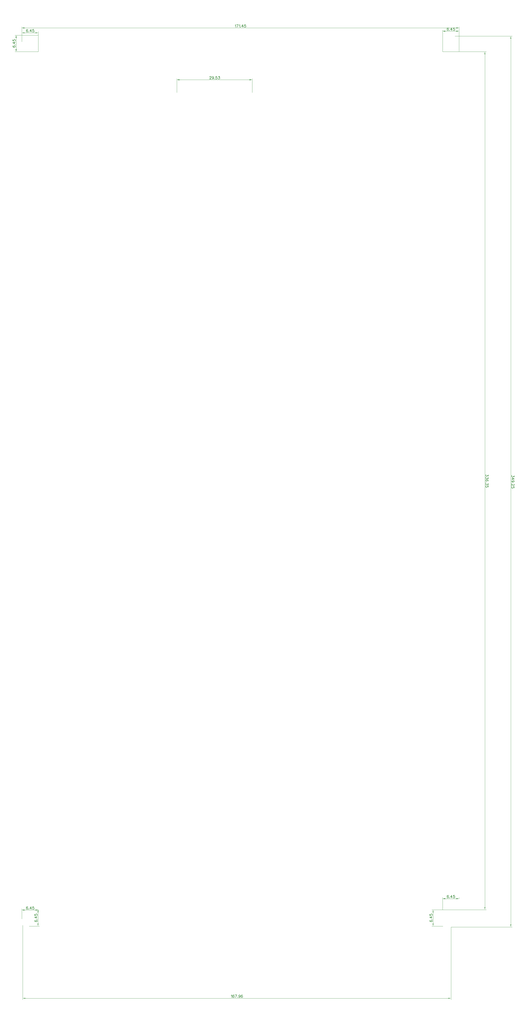
<source format=gbr>
G04 DipTrace 3.3.0.1*
G04 TopDimension.gbr*
%MOMM*%
G04 #@! TF.FileFunction,Drawing,Top*
G04 #@! TF.Part,Single*
%ADD13C,0.035*%
%ADD42C,0.15686*%
%FSLAX35Y35*%
G04*
G71*
G90*
G75*
G01*
G04 TopDimension*
%LPD*%
X1031750Y1031750D2*
D13*
Y-1875750D1*
X17827500Y968250D2*
Y-1875750D1*
X9429625Y-1825750D2*
X1131750D1*
G36*
X1031750D2*
X1131750Y-1805750D1*
Y-1845750D1*
X1031750Y-1825750D1*
G37*
X9429625D2*
D13*
X17727500D1*
G36*
X17827500D2*
X17727500Y-1845750D1*
Y-1805750D1*
X17827500Y-1825750D1*
G37*
X17986250Y35893250D2*
D13*
X20227000D1*
X17827500Y968250D2*
X20227000D1*
X20177000Y18430750D2*
Y35793250D1*
G36*
Y35893250D2*
X20197000Y35793250D1*
X20157000D1*
X20177000Y35893250D1*
G37*
Y18430750D2*
D13*
Y1068250D1*
G36*
Y968250D2*
X20157000Y1068250D1*
X20197000D1*
X20177000Y968250D1*
G37*
X7080127Y33686623D2*
D13*
Y34228750D1*
X10032877Y33686623D2*
Y34228750D1*
X8556502Y34178750D2*
X7180127D1*
G36*
X7080127D2*
X7180127Y34198750D1*
Y34158750D1*
X7080127Y34178750D1*
G37*
X8556502D2*
D13*
X9932877D1*
G36*
X10032877D2*
X9932877Y34158750D1*
Y34198750D1*
X10032877Y34178750D1*
G37*
X17500000Y1645000D2*
D13*
Y2129500D1*
X18145000Y2079500D2*
Y2129500D1*
X17822500Y2079500D2*
X17600000D1*
G36*
X17500000D2*
X17600000Y2099500D1*
Y2059500D1*
X17500000Y2079500D1*
G37*
X17822500D2*
D13*
X18045000D1*
G36*
X18145000D2*
X18045000Y2059500D1*
Y2099500D1*
X18145000Y2079500D1*
G37*
X17500000Y1645000D2*
D13*
X17079000D1*
X17510000Y1000000D2*
X17079000D1*
X17129000Y1322500D2*
Y1545000D1*
G36*
Y1645000D2*
X17149000Y1545000D1*
X17109000D1*
X17129000Y1645000D1*
G37*
Y1322500D2*
D13*
Y1100000D1*
G36*
Y1000000D2*
X17109000Y1100000D1*
X17149000D1*
X17129000Y1000000D1*
G37*
X1645000Y1645000D2*
D13*
X1585000D1*
X1285750Y1000000D2*
X1685000D1*
X1635000Y1322500D2*
Y1545000D1*
G36*
Y1645000D2*
X1655000Y1545000D1*
X1615000D1*
X1635000Y1645000D1*
G37*
Y1322500D2*
D13*
Y1100000D1*
G36*
Y1000000D2*
X1615000Y1100000D1*
X1655000D1*
X1635000Y1000000D1*
G37*
X1645000Y1645000D2*
D13*
Y1585000D1*
X1000000Y1285750D2*
Y1685000D1*
X1322500Y1635000D2*
X1545000D1*
G36*
X1645000D2*
X1545000Y1615000D1*
Y1655000D1*
X1645000Y1635000D1*
G37*
X1322500D2*
D13*
X1100000D1*
G36*
X1000000D2*
X1100000Y1655000D1*
Y1615000D1*
X1000000Y1635000D1*
G37*
X1645000Y35280000D2*
D13*
Y36070250D1*
X1000000Y35671000D2*
Y36070250D1*
X1322500Y36020250D2*
X1545000D1*
G36*
X1645000D2*
X1545000Y36000250D1*
Y36040250D1*
X1645000Y36020250D1*
G37*
X1322500D2*
D13*
X1100000D1*
G36*
X1000000D2*
X1100000Y36040250D1*
Y36000250D1*
X1000000Y36020250D1*
G37*
X1645000Y35280000D2*
D13*
X727750D1*
X1635000Y35925000D2*
X727750D1*
X777750Y35602500D2*
Y35380000D1*
G36*
Y35280000D2*
X757750Y35380000D1*
X797750D1*
X777750Y35280000D1*
G37*
Y35602500D2*
D13*
Y35825000D1*
G36*
Y35925000D2*
X797750Y35825000D1*
X757750D1*
X777750Y35925000D1*
G37*
X17500000Y35280000D2*
D13*
Y36133750D1*
X18145000Y35290000D2*
Y36133750D1*
X17822500Y36083750D2*
X17600000D1*
G36*
X17500000D2*
X17600000Y36103750D1*
Y36063750D1*
X17500000Y36083750D1*
G37*
X17822500D2*
D13*
X18045000D1*
G36*
X18145000D2*
X18045000Y36063750D1*
Y36103750D1*
X18145000Y36083750D1*
G37*
Y35925000D2*
D13*
Y36260750D1*
X1000000Y35925000D2*
Y36260750D1*
X9572500Y36210750D2*
X18045000D1*
G36*
X18145000D2*
X18045000Y36190750D1*
Y36230750D1*
X18145000Y36210750D1*
G37*
X9572500D2*
D13*
X1100000D1*
G36*
X1000000D2*
X1100000Y36230750D1*
Y36190750D1*
X1000000Y36210750D1*
G37*
X17500000Y1645000D2*
D13*
X19211000D1*
X17500000Y35280000D2*
X19211000D1*
X19161000Y18462500D2*
Y1745000D1*
G36*
Y1645000D2*
X19141000Y1745000D1*
X19181000D1*
X19161000Y1645000D1*
G37*
Y18462500D2*
D13*
Y35180000D1*
G36*
Y35280000D2*
X19181000Y35180000D1*
X19141000D1*
X19161000Y35280000D1*
G37*
X9213205Y-1712189D2*
D42*
X9222976Y-1707247D1*
X9237576Y-1692759D1*
Y-1794735D1*
X9327236Y-1707247D2*
X9322407Y-1697589D1*
X9307807Y-1692759D1*
X9298149D1*
X9283549Y-1697589D1*
X9273778Y-1712189D1*
X9268949Y-1736447D1*
Y-1760705D1*
X9273778Y-1780135D1*
X9283549Y-1789905D1*
X9298149Y-1794735D1*
X9302978D1*
X9317465Y-1789905D1*
X9327236Y-1780135D1*
X9332065Y-1765535D1*
Y-1760705D1*
X9327236Y-1746105D1*
X9317465Y-1736447D1*
X9302978Y-1731618D1*
X9298149D1*
X9283549Y-1736447D1*
X9273778Y-1746105D1*
X9268949Y-1760705D1*
X9382867Y-1794735D2*
X9431496Y-1692759D1*
X9363438D1*
X9467698Y-1784964D2*
X9462869Y-1789905D1*
X9467698Y-1794735D1*
X9472640Y-1789905D1*
X9467698Y-1784964D1*
X9567242Y-1726676D2*
X9562300Y-1741276D1*
X9552642Y-1751047D1*
X9538042Y-1755876D1*
X9533212D1*
X9518612Y-1751047D1*
X9508954Y-1741276D1*
X9504012Y-1726676D1*
Y-1721847D1*
X9508954Y-1707247D1*
X9518612Y-1697589D1*
X9533212Y-1692759D1*
X9538042D1*
X9552642Y-1697589D1*
X9562300Y-1707247D1*
X9567242Y-1726676D1*
Y-1751047D1*
X9562300Y-1775305D1*
X9552642Y-1789905D1*
X9538042Y-1794735D1*
X9528383D1*
X9513783Y-1789905D1*
X9508954Y-1780135D1*
X9656902Y-1707247D2*
X9652073Y-1697589D1*
X9637473Y-1692759D1*
X9627814D1*
X9613214Y-1697589D1*
X9603443Y-1712189D1*
X9598614Y-1736447D1*
Y-1760705D1*
X9603443Y-1780135D1*
X9613214Y-1789905D1*
X9627814Y-1794735D1*
X9632643D1*
X9647131Y-1789905D1*
X9656902Y-1780135D1*
X9661731Y-1765535D1*
Y-1760705D1*
X9656902Y-1746105D1*
X9647131Y-1736447D1*
X9632643Y-1731618D1*
X9627814D1*
X9613214Y-1736447D1*
X9603443Y-1746105D1*
X9598614Y-1760705D1*
X20309991Y18666599D2*
Y18613253D1*
X20271132Y18642341D1*
Y18627741D1*
X20266303Y18618082D1*
X20261474Y18613253D1*
X20246874Y18608311D1*
X20237215D1*
X20222615Y18613253D1*
X20212845Y18622911D1*
X20208015Y18637511D1*
Y18652111D1*
X20212845Y18666599D1*
X20217786Y18671428D1*
X20227445Y18676370D1*
X20208015Y18528310D2*
X20309991D1*
X20242045Y18576939D1*
Y18504051D1*
X20276074Y18409449D2*
X20261474Y18414391D1*
X20251703Y18424049D1*
X20246874Y18438649D1*
Y18443479D1*
X20251703Y18458079D1*
X20261474Y18467737D1*
X20276074Y18472679D1*
X20280903D1*
X20295503Y18467737D1*
X20305161Y18458079D1*
X20309991Y18443479D1*
Y18438649D1*
X20305161Y18424049D1*
X20295503Y18414391D1*
X20276074Y18409449D1*
X20251703D1*
X20227445Y18414391D1*
X20212845Y18424049D1*
X20208015Y18438649D1*
Y18448308D1*
X20212845Y18462908D1*
X20222615Y18467737D1*
X20217786Y18373248D2*
X20212845Y18378077D1*
X20208015Y18373248D1*
X20212845Y18368306D1*
X20217786Y18373248D1*
X20285732Y18331992D2*
X20290561D1*
X20300332Y18327163D1*
X20305161Y18322333D1*
X20309991Y18312563D1*
Y18293133D1*
X20305161Y18283475D1*
X20300332Y18278646D1*
X20290561Y18273704D1*
X20280903D1*
X20271132Y18278646D1*
X20256645Y18288304D1*
X20208015Y18336933D1*
Y18268875D1*
X20309991Y18179215D2*
Y18227732D1*
X20266303Y18232561D1*
X20271132Y18227732D1*
X20276074Y18213132D1*
Y18198644D1*
X20271132Y18184044D1*
X20261474Y18174273D1*
X20246874Y18169444D1*
X20237215D1*
X20222615Y18174273D1*
X20212845Y18184044D1*
X20208015Y18198644D1*
Y18213132D1*
X20212845Y18227732D1*
X20217786Y18232561D1*
X20227445Y18237502D1*
X8367954Y34287482D2*
Y34292311D1*
X8372783Y34302082D1*
X8377612Y34306911D1*
X8387383Y34311741D1*
X8406812D1*
X8416470Y34306911D1*
X8421300Y34302082D1*
X8426241Y34292311D1*
Y34282653D1*
X8421300Y34272882D1*
X8411641Y34258395D1*
X8363012Y34209765D1*
X8431070D1*
X8525672Y34277824D2*
X8520731Y34263224D1*
X8511072Y34253453D1*
X8496472Y34248624D1*
X8491643D1*
X8477043Y34253453D1*
X8467385Y34263224D1*
X8462443Y34277824D1*
Y34282653D1*
X8467385Y34297253D1*
X8477043Y34306911D1*
X8491643Y34311741D1*
X8496472D1*
X8511072Y34306911D1*
X8520731Y34297253D1*
X8525672Y34277824D1*
Y34253453D1*
X8520731Y34229195D1*
X8511072Y34214595D1*
X8496472Y34209765D1*
X8486814D1*
X8472214Y34214595D1*
X8467385Y34224365D1*
X8561874Y34219536D2*
X8557045Y34214595D1*
X8561874Y34209765D1*
X8566816Y34214595D1*
X8561874Y34219536D1*
X8656476Y34311741D2*
X8607959D1*
X8603130Y34268053D1*
X8607959Y34272882D1*
X8622559Y34277824D1*
X8637047D1*
X8651647Y34272882D1*
X8661417Y34263224D1*
X8666247Y34248624D1*
Y34238965D1*
X8661417Y34224365D1*
X8651647Y34214595D1*
X8637047Y34209765D1*
X8622559D1*
X8607959Y34214595D1*
X8603130Y34219536D1*
X8598188Y34229195D1*
X8707390Y34311741D2*
X8760736D1*
X8731648Y34272882D1*
X8746248D1*
X8755907Y34268053D1*
X8760736Y34263224D1*
X8765678Y34248624D1*
Y34238965D1*
X8760736Y34224365D1*
X8751078Y34214595D1*
X8736478Y34209765D1*
X8721878D1*
X8707390Y34214595D1*
X8702561Y34219536D1*
X8697619Y34229195D1*
X17734655Y2198003D2*
X17729826Y2207661D1*
X17715226Y2212491D1*
X17705567D1*
X17690967Y2207661D1*
X17681197Y2193061D1*
X17676367Y2168803D1*
Y2144545D1*
X17681197Y2125115D1*
X17690967Y2115345D1*
X17705567Y2110515D1*
X17710397D1*
X17724884Y2115345D1*
X17734655Y2125115D1*
X17739484Y2139715D1*
Y2144545D1*
X17734655Y2159145D1*
X17724884Y2168803D1*
X17710397Y2173632D1*
X17705567D1*
X17690967Y2168803D1*
X17681197Y2159145D1*
X17676367Y2144545D1*
X17775686Y2120286D2*
X17770857Y2115345D1*
X17775686Y2110515D1*
X17780628Y2115345D1*
X17775686Y2120286D1*
X17860629Y2110515D2*
Y2212491D1*
X17812000Y2144545D1*
X17884888D1*
X17974548Y2212491D2*
X17926031D1*
X17921202Y2168803D1*
X17926031Y2173632D1*
X17940631Y2178574D1*
X17955119D1*
X17969719Y2173632D1*
X17979490Y2163974D1*
X17984319Y2149374D1*
Y2139715D1*
X17979490Y2125115D1*
X17969719Y2115345D1*
X17955119Y2110515D1*
X17940631D1*
X17926031Y2115345D1*
X17921202Y2120286D1*
X17916260Y2129945D1*
X17010497Y1234655D2*
X17000839Y1229826D1*
X16996009Y1215226D1*
Y1205567D1*
X17000839Y1190967D1*
X17015439Y1181197D1*
X17039697Y1176367D1*
X17063955D1*
X17083385Y1181197D1*
X17093155Y1190967D1*
X17097985Y1205567D1*
Y1210397D1*
X17093155Y1224884D1*
X17083385Y1234655D1*
X17068785Y1239484D1*
X17063955D1*
X17049355Y1234655D1*
X17039697Y1224884D1*
X17034868Y1210397D1*
Y1205567D1*
X17039697Y1190967D1*
X17049355Y1181197D1*
X17063955Y1176367D1*
X17088214Y1275686D2*
X17093155Y1270857D1*
X17097985Y1275686D1*
X17093155Y1280628D1*
X17088214Y1275686D1*
X17097985Y1360629D2*
X16996009D1*
X17063955Y1312000D1*
Y1384888D1*
X16996009Y1474548D2*
Y1426031D1*
X17039697Y1421202D1*
X17034868Y1426031D1*
X17029926Y1440631D1*
Y1455119D1*
X17034868Y1469719D1*
X17044526Y1479490D1*
X17059126Y1484319D1*
X17068785D1*
X17083385Y1479490D1*
X17093155Y1469719D1*
X17097985Y1455119D1*
Y1440631D1*
X17093155Y1426031D1*
X17088214Y1421202D1*
X17078555Y1416260D1*
X1516497Y1234655D2*
X1506839Y1229826D1*
X1502009Y1215226D1*
Y1205567D1*
X1506839Y1190967D1*
X1521439Y1181197D1*
X1545697Y1176367D1*
X1569955D1*
X1589385Y1181197D1*
X1599155Y1190967D1*
X1603985Y1205567D1*
Y1210397D1*
X1599155Y1224884D1*
X1589385Y1234655D1*
X1574785Y1239484D1*
X1569955D1*
X1555355Y1234655D1*
X1545697Y1224884D1*
X1540868Y1210397D1*
Y1205567D1*
X1545697Y1190967D1*
X1555355Y1181197D1*
X1569955Y1176367D1*
X1594214Y1275686D2*
X1599155Y1270857D1*
X1603985Y1275686D1*
X1599155Y1280628D1*
X1594214Y1275686D1*
X1603985Y1360629D2*
X1502009D1*
X1569955Y1312000D1*
Y1384888D1*
X1502009Y1474548D2*
Y1426031D1*
X1545697Y1421202D1*
X1540868Y1426031D1*
X1535926Y1440631D1*
Y1455119D1*
X1540868Y1469719D1*
X1550526Y1479490D1*
X1565126Y1484319D1*
X1574785D1*
X1589385Y1479490D1*
X1599155Y1469719D1*
X1603985Y1455119D1*
Y1440631D1*
X1599155Y1426031D1*
X1594214Y1421202D1*
X1584555Y1416260D1*
X1234655Y1753503D2*
X1229826Y1763161D1*
X1215226Y1767991D1*
X1205567D1*
X1190967Y1763161D1*
X1181197Y1748561D1*
X1176367Y1724303D1*
Y1700045D1*
X1181197Y1680615D1*
X1190967Y1670845D1*
X1205567Y1666015D1*
X1210397D1*
X1224884Y1670845D1*
X1234655Y1680615D1*
X1239484Y1695215D1*
Y1700045D1*
X1234655Y1714645D1*
X1224884Y1724303D1*
X1210397Y1729132D1*
X1205567D1*
X1190967Y1724303D1*
X1181197Y1714645D1*
X1176367Y1700045D1*
X1275686Y1675786D2*
X1270857Y1670845D1*
X1275686Y1666015D1*
X1280628Y1670845D1*
X1275686Y1675786D1*
X1360629Y1666015D2*
Y1767991D1*
X1312000Y1700045D1*
X1384888D1*
X1474548Y1767991D2*
X1426031D1*
X1421202Y1724303D1*
X1426031Y1729132D1*
X1440631Y1734074D1*
X1455119D1*
X1469719Y1729132D1*
X1479490Y1719474D1*
X1484319Y1704874D1*
Y1695215D1*
X1479490Y1680615D1*
X1469719Y1670845D1*
X1455119Y1666015D1*
X1440631D1*
X1426031Y1670845D1*
X1421202Y1675786D1*
X1416260Y1685445D1*
X1234655Y36138753D2*
X1229826Y36148411D1*
X1215226Y36153241D1*
X1205567D1*
X1190967Y36148411D1*
X1181197Y36133811D1*
X1176367Y36109553D1*
Y36085295D1*
X1181197Y36065865D1*
X1190967Y36056095D1*
X1205567Y36051265D1*
X1210397D1*
X1224884Y36056095D1*
X1234655Y36065865D1*
X1239484Y36080465D1*
Y36085295D1*
X1234655Y36099895D1*
X1224884Y36109553D1*
X1210397Y36114382D1*
X1205567D1*
X1190967Y36109553D1*
X1181197Y36099895D1*
X1176367Y36085295D1*
X1275686Y36061036D2*
X1270857Y36056095D1*
X1275686Y36051265D1*
X1280628Y36056095D1*
X1275686Y36061036D1*
X1360629Y36051265D2*
Y36153241D1*
X1312000Y36085295D1*
X1384888D1*
X1474548Y36153241D2*
X1426031D1*
X1421202Y36109553D1*
X1426031Y36114382D1*
X1440631Y36119324D1*
X1455119D1*
X1469719Y36114382D1*
X1479490Y36104724D1*
X1484319Y36090124D1*
Y36080465D1*
X1479490Y36065865D1*
X1469719Y36056095D1*
X1455119Y36051265D1*
X1440631D1*
X1426031Y36056095D1*
X1421202Y36061036D1*
X1416260Y36070695D1*
X659247Y35514655D2*
X649589Y35509826D1*
X644759Y35495226D1*
Y35485567D1*
X649589Y35470967D1*
X664189Y35461197D1*
X688447Y35456367D1*
X712705D1*
X732135Y35461197D1*
X741905Y35470967D1*
X746735Y35485567D1*
Y35490397D1*
X741905Y35504884D1*
X732135Y35514655D1*
X717535Y35519484D1*
X712705D1*
X698105Y35514655D1*
X688447Y35504884D1*
X683618Y35490397D1*
Y35485567D1*
X688447Y35470967D1*
X698105Y35461197D1*
X712705Y35456367D1*
X736964Y35555686D2*
X741905Y35550857D1*
X746735Y35555686D1*
X741905Y35560628D1*
X736964Y35555686D1*
X746735Y35640629D2*
X644759D1*
X712705Y35592000D1*
Y35664888D1*
X644759Y35754548D2*
Y35706031D1*
X688447Y35701202D1*
X683618Y35706031D1*
X678676Y35720631D1*
Y35735119D1*
X683618Y35749719D1*
X693276Y35759490D1*
X707876Y35764319D1*
X717535D1*
X732135Y35759490D1*
X741905Y35749719D1*
X746735Y35735119D1*
Y35720631D1*
X741905Y35706031D1*
X736964Y35701202D1*
X727305Y35696260D1*
X17734655Y36202253D2*
X17729826Y36211911D1*
X17715226Y36216741D1*
X17705567D1*
X17690967Y36211911D1*
X17681197Y36197311D1*
X17676367Y36173053D1*
Y36148795D1*
X17681197Y36129365D1*
X17690967Y36119595D1*
X17705567Y36114765D1*
X17710397D1*
X17724884Y36119595D1*
X17734655Y36129365D1*
X17739484Y36143965D1*
Y36148795D1*
X17734655Y36163395D1*
X17724884Y36173053D1*
X17710397Y36177882D1*
X17705567D1*
X17690967Y36173053D1*
X17681197Y36163395D1*
X17676367Y36148795D1*
X17775686Y36124536D2*
X17770857Y36119595D1*
X17775686Y36114765D1*
X17780628Y36119595D1*
X17775686Y36124536D1*
X17860629Y36114765D2*
Y36216741D1*
X17812000Y36148795D1*
X17884888D1*
X17974548Y36216741D2*
X17926031D1*
X17921202Y36173053D1*
X17926031Y36177882D1*
X17940631Y36182824D1*
X17955119D1*
X17969719Y36177882D1*
X17979490Y36168224D1*
X17984319Y36153624D1*
Y36143965D1*
X17979490Y36129365D1*
X17969719Y36119595D1*
X17955119Y36114765D1*
X17940631D1*
X17926031Y36119595D1*
X17921202Y36124536D1*
X17916260Y36134195D1*
X9368153Y36324311D2*
X9377924Y36329253D1*
X9392524Y36343741D1*
Y36241765D1*
X9443326D2*
X9491955Y36343741D1*
X9423897D1*
X9523328Y36324311D2*
X9533098Y36329253D1*
X9547698Y36343741D1*
Y36241765D1*
X9583900Y36251536D2*
X9579071Y36246595D1*
X9583900Y36241765D1*
X9588842Y36246595D1*
X9583900Y36251536D1*
X9668843Y36241765D2*
Y36343741D1*
X9620214Y36275795D1*
X9693102D1*
X9782762Y36343741D2*
X9734245D1*
X9729416Y36300053D1*
X9734245Y36304882D1*
X9748845Y36309824D1*
X9763333D1*
X9777933Y36304882D1*
X9787704Y36295224D1*
X9792533Y36280624D1*
Y36270965D1*
X9787704Y36256365D1*
X9777933Y36246595D1*
X9763333Y36241765D1*
X9748845D1*
X9734245Y36246595D1*
X9729416Y36251536D1*
X9724475Y36261195D1*
X19293991Y18695878D2*
Y18642532D1*
X19255132Y18671620D1*
Y18657020D1*
X19250303Y18647361D1*
X19245474Y18642532D1*
X19230874Y18637591D1*
X19221215D1*
X19206615Y18642532D1*
X19196845Y18652191D1*
X19192015Y18666791D1*
Y18681391D1*
X19196845Y18695878D1*
X19201786Y18700707D1*
X19211445Y18705649D1*
X19293991Y18596447D2*
Y18543101D1*
X19255132Y18572189D1*
Y18557589D1*
X19250303Y18547930D1*
X19245474Y18543101D1*
X19230874Y18538160D1*
X19221215D1*
X19206615Y18543101D1*
X19196845Y18552760D1*
X19192015Y18567360D1*
Y18581960D1*
X19196845Y18596447D1*
X19201786Y18601276D1*
X19211445Y18606218D1*
X19279503Y18448499D2*
X19289161Y18453329D1*
X19293991Y18467929D1*
Y18477587D1*
X19289161Y18492187D1*
X19274561Y18501958D1*
X19250303Y18506787D1*
X19226045D1*
X19206615Y18501958D1*
X19196845Y18492187D1*
X19192015Y18477587D1*
Y18472758D1*
X19196845Y18458270D1*
X19206615Y18448499D1*
X19221215Y18443670D1*
X19226045D1*
X19240645Y18448499D1*
X19250303Y18458270D1*
X19255132Y18472758D1*
Y18477587D1*
X19250303Y18492187D1*
X19240645Y18501958D1*
X19226045Y18506787D1*
X19201786Y18407468D2*
X19196845Y18412298D1*
X19192015Y18407468D1*
X19196845Y18402527D1*
X19201786Y18407468D1*
X19293991Y18361383D2*
Y18308037D1*
X19255132Y18337125D1*
Y18322525D1*
X19250303Y18312867D1*
X19245474Y18308037D1*
X19230874Y18303096D1*
X19221215D1*
X19206615Y18308037D1*
X19196845Y18317696D1*
X19192015Y18332296D1*
Y18346896D1*
X19196845Y18361383D1*
X19201786Y18366213D1*
X19211445Y18371154D1*
X19293991Y18213435D2*
Y18261952D1*
X19250303Y18266782D1*
X19255132Y18261952D1*
X19260074Y18247352D1*
Y18232865D1*
X19255132Y18218265D1*
X19245474Y18208494D1*
X19230874Y18203665D1*
X19221215D1*
X19206615Y18208494D1*
X19196845Y18218265D1*
X19192015Y18232865D1*
Y18247352D1*
X19196845Y18261952D1*
X19201786Y18266782D1*
X19211445Y18271723D1*
M02*

</source>
